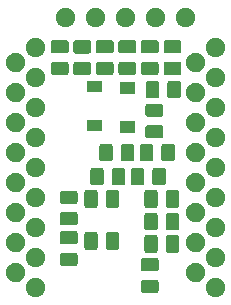
<source format=gbr>
G04 #@! TF.GenerationSoftware,KiCad,Pcbnew,5.1.5+dfsg1-2build2*
G04 #@! TF.CreationDate,2023-07-02T11:19:25+01:00*
G04 #@! TF.ProjectId,hd36106_replacement,68643336-3130-4365-9f72-65706c616365,rev?*
G04 #@! TF.SameCoordinates,Original*
G04 #@! TF.FileFunction,Soldermask,Bot*
G04 #@! TF.FilePolarity,Negative*
%FSLAX46Y46*%
G04 Gerber Fmt 4.6, Leading zero omitted, Abs format (unit mm)*
G04 Created by KiCad (PCBNEW 5.1.5+dfsg1-2build2) date 2023-07-02 11:19:25*
%MOMM*%
%LPD*%
G04 APERTURE LIST*
%ADD10C,0.100000*%
G04 APERTURE END LIST*
D10*
G36*
X136477142Y-106288242D02*
G01*
X136625101Y-106349529D01*
X136758255Y-106438499D01*
X136871501Y-106551745D01*
X136960471Y-106684899D01*
X137021758Y-106832858D01*
X137053000Y-106989925D01*
X137053000Y-107150075D01*
X137021758Y-107307142D01*
X136960471Y-107455101D01*
X136871501Y-107588255D01*
X136758255Y-107701501D01*
X136625101Y-107790471D01*
X136477142Y-107851758D01*
X136320075Y-107883000D01*
X136159925Y-107883000D01*
X136002858Y-107851758D01*
X135854899Y-107790471D01*
X135721745Y-107701501D01*
X135608499Y-107588255D01*
X135519529Y-107455101D01*
X135458242Y-107307142D01*
X135427000Y-107150075D01*
X135427000Y-106989925D01*
X135458242Y-106832858D01*
X135519529Y-106684899D01*
X135608499Y-106551745D01*
X135721745Y-106438499D01*
X135854899Y-106349529D01*
X136002858Y-106288242D01*
X136159925Y-106257000D01*
X136320075Y-106257000D01*
X136477142Y-106288242D01*
G37*
G36*
X121237142Y-106288242D02*
G01*
X121385101Y-106349529D01*
X121518255Y-106438499D01*
X121631501Y-106551745D01*
X121720471Y-106684899D01*
X121781758Y-106832858D01*
X121813000Y-106989925D01*
X121813000Y-107150075D01*
X121781758Y-107307142D01*
X121720471Y-107455101D01*
X121631501Y-107588255D01*
X121518255Y-107701501D01*
X121385101Y-107790471D01*
X121237142Y-107851758D01*
X121080075Y-107883000D01*
X120919925Y-107883000D01*
X120762858Y-107851758D01*
X120614899Y-107790471D01*
X120481745Y-107701501D01*
X120368499Y-107588255D01*
X120279529Y-107455101D01*
X120218242Y-107307142D01*
X120187000Y-107150075D01*
X120187000Y-106989925D01*
X120218242Y-106832858D01*
X120279529Y-106684899D01*
X120368499Y-106551745D01*
X120481745Y-106438499D01*
X120614899Y-106349529D01*
X120762858Y-106288242D01*
X120919925Y-106257000D01*
X121080075Y-106257000D01*
X121237142Y-106288242D01*
G37*
G36*
X131264162Y-106398644D02*
G01*
X131303608Y-106410610D01*
X131339953Y-106430037D01*
X131371815Y-106456185D01*
X131397963Y-106488047D01*
X131417390Y-106524392D01*
X131429356Y-106563838D01*
X131434000Y-106610993D01*
X131434000Y-107304007D01*
X131429356Y-107351162D01*
X131417390Y-107390608D01*
X131397963Y-107426953D01*
X131371815Y-107458815D01*
X131339953Y-107484963D01*
X131303608Y-107504390D01*
X131264162Y-107516356D01*
X131217007Y-107521000D01*
X130148993Y-107521000D01*
X130101838Y-107516356D01*
X130062392Y-107504390D01*
X130026047Y-107484963D01*
X129994185Y-107458815D01*
X129968037Y-107426953D01*
X129948610Y-107390608D01*
X129936644Y-107351162D01*
X129932000Y-107304007D01*
X129932000Y-106610993D01*
X129936644Y-106563838D01*
X129948610Y-106524392D01*
X129968037Y-106488047D01*
X129994185Y-106456185D01*
X130026047Y-106430037D01*
X130062392Y-106410610D01*
X130101838Y-106398644D01*
X130148993Y-106394000D01*
X131217007Y-106394000D01*
X131264162Y-106398644D01*
G37*
G36*
X134807142Y-104998242D02*
G01*
X134955101Y-105059529D01*
X135088255Y-105148499D01*
X135201501Y-105261745D01*
X135290471Y-105394899D01*
X135351758Y-105542858D01*
X135383000Y-105699925D01*
X135383000Y-105860075D01*
X135351758Y-106017142D01*
X135290471Y-106165101D01*
X135201501Y-106298255D01*
X135088255Y-106411501D01*
X134955101Y-106500471D01*
X134807142Y-106561758D01*
X134650075Y-106593000D01*
X134489925Y-106593000D01*
X134332858Y-106561758D01*
X134184899Y-106500471D01*
X134051745Y-106411501D01*
X133938499Y-106298255D01*
X133849529Y-106165101D01*
X133788242Y-106017142D01*
X133757000Y-105860075D01*
X133757000Y-105699925D01*
X133788242Y-105542858D01*
X133849529Y-105394899D01*
X133938499Y-105261745D01*
X134051745Y-105148499D01*
X134184899Y-105059529D01*
X134332858Y-104998242D01*
X134489925Y-104967000D01*
X134650075Y-104967000D01*
X134807142Y-104998242D01*
G37*
G36*
X119567142Y-104998242D02*
G01*
X119715101Y-105059529D01*
X119848255Y-105148499D01*
X119961501Y-105261745D01*
X120050471Y-105394899D01*
X120111758Y-105542858D01*
X120143000Y-105699925D01*
X120143000Y-105860075D01*
X120111758Y-106017142D01*
X120050471Y-106165101D01*
X119961501Y-106298255D01*
X119848255Y-106411501D01*
X119715101Y-106500471D01*
X119567142Y-106561758D01*
X119410075Y-106593000D01*
X119249925Y-106593000D01*
X119092858Y-106561758D01*
X118944899Y-106500471D01*
X118811745Y-106411501D01*
X118698499Y-106298255D01*
X118609529Y-106165101D01*
X118548242Y-106017142D01*
X118517000Y-105860075D01*
X118517000Y-105699925D01*
X118548242Y-105542858D01*
X118609529Y-105394899D01*
X118698499Y-105261745D01*
X118811745Y-105148499D01*
X118944899Y-105059529D01*
X119092858Y-104998242D01*
X119249925Y-104967000D01*
X119410075Y-104967000D01*
X119567142Y-104998242D01*
G37*
G36*
X131264162Y-104573644D02*
G01*
X131303608Y-104585610D01*
X131339953Y-104605037D01*
X131371815Y-104631185D01*
X131397963Y-104663047D01*
X131417390Y-104699392D01*
X131429356Y-104738838D01*
X131434000Y-104785993D01*
X131434000Y-105479007D01*
X131429356Y-105526162D01*
X131417390Y-105565608D01*
X131397963Y-105601953D01*
X131371815Y-105633815D01*
X131339953Y-105659963D01*
X131303608Y-105679390D01*
X131264162Y-105691356D01*
X131217007Y-105696000D01*
X130148993Y-105696000D01*
X130101838Y-105691356D01*
X130062392Y-105679390D01*
X130026047Y-105659963D01*
X129994185Y-105633815D01*
X129968037Y-105601953D01*
X129948610Y-105565608D01*
X129936644Y-105526162D01*
X129932000Y-105479007D01*
X129932000Y-104785993D01*
X129936644Y-104738838D01*
X129948610Y-104699392D01*
X129968037Y-104663047D01*
X129994185Y-104631185D01*
X130026047Y-104605037D01*
X130062392Y-104585610D01*
X130101838Y-104573644D01*
X130148993Y-104569000D01*
X131217007Y-104569000D01*
X131264162Y-104573644D01*
G37*
G36*
X121237142Y-103748242D02*
G01*
X121385101Y-103809529D01*
X121518255Y-103898499D01*
X121631501Y-104011745D01*
X121720471Y-104144899D01*
X121781758Y-104292858D01*
X121813000Y-104449925D01*
X121813000Y-104610075D01*
X121781758Y-104767142D01*
X121720471Y-104915101D01*
X121631501Y-105048255D01*
X121518255Y-105161501D01*
X121385101Y-105250471D01*
X121237142Y-105311758D01*
X121080075Y-105343000D01*
X120919925Y-105343000D01*
X120762858Y-105311758D01*
X120614899Y-105250471D01*
X120481745Y-105161501D01*
X120368499Y-105048255D01*
X120279529Y-104915101D01*
X120218242Y-104767142D01*
X120187000Y-104610075D01*
X120187000Y-104449925D01*
X120218242Y-104292858D01*
X120279529Y-104144899D01*
X120368499Y-104011745D01*
X120481745Y-103898499D01*
X120614899Y-103809529D01*
X120762858Y-103748242D01*
X120919925Y-103717000D01*
X121080075Y-103717000D01*
X121237142Y-103748242D01*
G37*
G36*
X136477142Y-103748242D02*
G01*
X136625101Y-103809529D01*
X136758255Y-103898499D01*
X136871501Y-104011745D01*
X136960471Y-104144899D01*
X137021758Y-104292858D01*
X137053000Y-104449925D01*
X137053000Y-104610075D01*
X137021758Y-104767142D01*
X136960471Y-104915101D01*
X136871501Y-105048255D01*
X136758255Y-105161501D01*
X136625101Y-105250471D01*
X136477142Y-105311758D01*
X136320075Y-105343000D01*
X136159925Y-105343000D01*
X136002858Y-105311758D01*
X135854899Y-105250471D01*
X135721745Y-105161501D01*
X135608499Y-105048255D01*
X135519529Y-104915101D01*
X135458242Y-104767142D01*
X135427000Y-104610075D01*
X135427000Y-104449925D01*
X135458242Y-104292858D01*
X135519529Y-104144899D01*
X135608499Y-104011745D01*
X135721745Y-103898499D01*
X135854899Y-103809529D01*
X136002858Y-103748242D01*
X136159925Y-103717000D01*
X136320075Y-103717000D01*
X136477142Y-103748242D01*
G37*
G36*
X124406162Y-104112644D02*
G01*
X124445608Y-104124610D01*
X124481953Y-104144037D01*
X124513815Y-104170185D01*
X124539963Y-104202047D01*
X124559390Y-104238392D01*
X124571356Y-104277838D01*
X124576000Y-104324993D01*
X124576000Y-105018007D01*
X124571356Y-105065162D01*
X124559390Y-105104608D01*
X124539963Y-105140953D01*
X124513815Y-105172815D01*
X124481953Y-105198963D01*
X124445608Y-105218390D01*
X124406162Y-105230356D01*
X124359007Y-105235000D01*
X123290993Y-105235000D01*
X123243838Y-105230356D01*
X123204392Y-105218390D01*
X123168047Y-105198963D01*
X123136185Y-105172815D01*
X123110037Y-105140953D01*
X123090610Y-105104608D01*
X123078644Y-105065162D01*
X123074000Y-105018007D01*
X123074000Y-104324993D01*
X123078644Y-104277838D01*
X123090610Y-104238392D01*
X123110037Y-104202047D01*
X123136185Y-104170185D01*
X123168047Y-104144037D01*
X123204392Y-104124610D01*
X123243838Y-104112644D01*
X123290993Y-104108000D01*
X124359007Y-104108000D01*
X124406162Y-104112644D01*
G37*
G36*
X131180162Y-102631644D02*
G01*
X131219608Y-102643610D01*
X131255953Y-102663037D01*
X131287815Y-102689185D01*
X131313963Y-102721047D01*
X131333390Y-102757392D01*
X131345356Y-102796838D01*
X131350000Y-102843993D01*
X131350000Y-103912007D01*
X131345356Y-103959162D01*
X131333390Y-103998608D01*
X131313963Y-104034953D01*
X131287815Y-104066815D01*
X131255953Y-104092963D01*
X131219608Y-104112390D01*
X131180162Y-104124356D01*
X131133007Y-104129000D01*
X130439993Y-104129000D01*
X130392838Y-104124356D01*
X130353392Y-104112390D01*
X130317047Y-104092963D01*
X130285185Y-104066815D01*
X130259037Y-104034953D01*
X130239610Y-103998608D01*
X130227644Y-103959162D01*
X130223000Y-103912007D01*
X130223000Y-102843993D01*
X130227644Y-102796838D01*
X130239610Y-102757392D01*
X130259037Y-102721047D01*
X130285185Y-102689185D01*
X130317047Y-102663037D01*
X130353392Y-102643610D01*
X130392838Y-102631644D01*
X130439993Y-102627000D01*
X131133007Y-102627000D01*
X131180162Y-102631644D01*
G37*
G36*
X133005162Y-102631644D02*
G01*
X133044608Y-102643610D01*
X133080953Y-102663037D01*
X133112815Y-102689185D01*
X133138963Y-102721047D01*
X133158390Y-102757392D01*
X133170356Y-102796838D01*
X133175000Y-102843993D01*
X133175000Y-103912007D01*
X133170356Y-103959162D01*
X133158390Y-103998608D01*
X133138963Y-104034953D01*
X133112815Y-104066815D01*
X133080953Y-104092963D01*
X133044608Y-104112390D01*
X133005162Y-104124356D01*
X132958007Y-104129000D01*
X132264993Y-104129000D01*
X132217838Y-104124356D01*
X132178392Y-104112390D01*
X132142047Y-104092963D01*
X132110185Y-104066815D01*
X132084037Y-104034953D01*
X132064610Y-103998608D01*
X132052644Y-103959162D01*
X132048000Y-103912007D01*
X132048000Y-102843993D01*
X132052644Y-102796838D01*
X132064610Y-102757392D01*
X132084037Y-102721047D01*
X132110185Y-102689185D01*
X132142047Y-102663037D01*
X132178392Y-102643610D01*
X132217838Y-102631644D01*
X132264993Y-102627000D01*
X132958007Y-102627000D01*
X133005162Y-102631644D01*
G37*
G36*
X119567142Y-102458242D02*
G01*
X119715101Y-102519529D01*
X119848255Y-102608499D01*
X119961501Y-102721745D01*
X120050471Y-102854899D01*
X120111758Y-103002858D01*
X120143000Y-103159925D01*
X120143000Y-103320075D01*
X120111758Y-103477142D01*
X120050471Y-103625101D01*
X119961501Y-103758255D01*
X119848255Y-103871501D01*
X119715101Y-103960471D01*
X119567142Y-104021758D01*
X119410075Y-104053000D01*
X119249925Y-104053000D01*
X119092858Y-104021758D01*
X118944899Y-103960471D01*
X118811745Y-103871501D01*
X118698499Y-103758255D01*
X118609529Y-103625101D01*
X118548242Y-103477142D01*
X118517000Y-103320075D01*
X118517000Y-103159925D01*
X118548242Y-103002858D01*
X118609529Y-102854899D01*
X118698499Y-102721745D01*
X118811745Y-102608499D01*
X118944899Y-102519529D01*
X119092858Y-102458242D01*
X119249925Y-102427000D01*
X119410075Y-102427000D01*
X119567142Y-102458242D01*
G37*
G36*
X134807142Y-102458242D02*
G01*
X134955101Y-102519529D01*
X135088255Y-102608499D01*
X135201501Y-102721745D01*
X135290471Y-102854899D01*
X135351758Y-103002858D01*
X135383000Y-103159925D01*
X135383000Y-103320075D01*
X135351758Y-103477142D01*
X135290471Y-103625101D01*
X135201501Y-103758255D01*
X135088255Y-103871501D01*
X134955101Y-103960471D01*
X134807142Y-104021758D01*
X134650075Y-104053000D01*
X134489925Y-104053000D01*
X134332858Y-104021758D01*
X134184899Y-103960471D01*
X134051745Y-103871501D01*
X133938499Y-103758255D01*
X133849529Y-103625101D01*
X133788242Y-103477142D01*
X133757000Y-103320075D01*
X133757000Y-103159925D01*
X133788242Y-103002858D01*
X133849529Y-102854899D01*
X133938499Y-102721745D01*
X134051745Y-102608499D01*
X134184899Y-102519529D01*
X134332858Y-102458242D01*
X134489925Y-102427000D01*
X134650075Y-102427000D01*
X134807142Y-102458242D01*
G37*
G36*
X127925162Y-102377644D02*
G01*
X127964608Y-102389610D01*
X128000953Y-102409037D01*
X128032815Y-102435185D01*
X128058963Y-102467047D01*
X128078390Y-102503392D01*
X128090356Y-102542838D01*
X128095000Y-102589993D01*
X128095000Y-103658007D01*
X128090356Y-103705162D01*
X128078390Y-103744608D01*
X128058963Y-103780953D01*
X128032815Y-103812815D01*
X128000953Y-103838963D01*
X127964608Y-103858390D01*
X127925162Y-103870356D01*
X127878007Y-103875000D01*
X127184993Y-103875000D01*
X127137838Y-103870356D01*
X127098392Y-103858390D01*
X127062047Y-103838963D01*
X127030185Y-103812815D01*
X127004037Y-103780953D01*
X126984610Y-103744608D01*
X126972644Y-103705162D01*
X126968000Y-103658007D01*
X126968000Y-102589993D01*
X126972644Y-102542838D01*
X126984610Y-102503392D01*
X127004037Y-102467047D01*
X127030185Y-102435185D01*
X127062047Y-102409037D01*
X127098392Y-102389610D01*
X127137838Y-102377644D01*
X127184993Y-102373000D01*
X127878007Y-102373000D01*
X127925162Y-102377644D01*
G37*
G36*
X126100162Y-102377644D02*
G01*
X126139608Y-102389610D01*
X126175953Y-102409037D01*
X126207815Y-102435185D01*
X126233963Y-102467047D01*
X126253390Y-102503392D01*
X126265356Y-102542838D01*
X126270000Y-102589993D01*
X126270000Y-103658007D01*
X126265356Y-103705162D01*
X126253390Y-103744608D01*
X126233963Y-103780953D01*
X126207815Y-103812815D01*
X126175953Y-103838963D01*
X126139608Y-103858390D01*
X126100162Y-103870356D01*
X126053007Y-103875000D01*
X125359993Y-103875000D01*
X125312838Y-103870356D01*
X125273392Y-103858390D01*
X125237047Y-103838963D01*
X125205185Y-103812815D01*
X125179037Y-103780953D01*
X125159610Y-103744608D01*
X125147644Y-103705162D01*
X125143000Y-103658007D01*
X125143000Y-102589993D01*
X125147644Y-102542838D01*
X125159610Y-102503392D01*
X125179037Y-102467047D01*
X125205185Y-102435185D01*
X125237047Y-102409037D01*
X125273392Y-102389610D01*
X125312838Y-102377644D01*
X125359993Y-102373000D01*
X126053007Y-102373000D01*
X126100162Y-102377644D01*
G37*
G36*
X124406162Y-102287644D02*
G01*
X124445608Y-102299610D01*
X124481953Y-102319037D01*
X124513815Y-102345185D01*
X124539963Y-102377047D01*
X124559390Y-102413392D01*
X124571356Y-102452838D01*
X124576000Y-102499993D01*
X124576000Y-103193007D01*
X124571356Y-103240162D01*
X124559390Y-103279608D01*
X124539963Y-103315953D01*
X124513815Y-103347815D01*
X124481953Y-103373963D01*
X124445608Y-103393390D01*
X124406162Y-103405356D01*
X124359007Y-103410000D01*
X123290993Y-103410000D01*
X123243838Y-103405356D01*
X123204392Y-103393390D01*
X123168047Y-103373963D01*
X123136185Y-103347815D01*
X123110037Y-103315953D01*
X123090610Y-103279608D01*
X123078644Y-103240162D01*
X123074000Y-103193007D01*
X123074000Y-102499993D01*
X123078644Y-102452838D01*
X123090610Y-102413392D01*
X123110037Y-102377047D01*
X123136185Y-102345185D01*
X123168047Y-102319037D01*
X123204392Y-102299610D01*
X123243838Y-102287644D01*
X123290993Y-102283000D01*
X124359007Y-102283000D01*
X124406162Y-102287644D01*
G37*
G36*
X121237142Y-101208242D02*
G01*
X121385101Y-101269529D01*
X121518255Y-101358499D01*
X121631501Y-101471745D01*
X121720471Y-101604899D01*
X121781758Y-101752858D01*
X121813000Y-101909925D01*
X121813000Y-102070075D01*
X121781758Y-102227142D01*
X121720471Y-102375101D01*
X121631501Y-102508255D01*
X121518255Y-102621501D01*
X121385101Y-102710471D01*
X121237142Y-102771758D01*
X121080075Y-102803000D01*
X120919925Y-102803000D01*
X120762858Y-102771758D01*
X120614899Y-102710471D01*
X120481745Y-102621501D01*
X120368499Y-102508255D01*
X120279529Y-102375101D01*
X120218242Y-102227142D01*
X120187000Y-102070075D01*
X120187000Y-101909925D01*
X120218242Y-101752858D01*
X120279529Y-101604899D01*
X120368499Y-101471745D01*
X120481745Y-101358499D01*
X120614899Y-101269529D01*
X120762858Y-101208242D01*
X120919925Y-101177000D01*
X121080075Y-101177000D01*
X121237142Y-101208242D01*
G37*
G36*
X136477142Y-101208242D02*
G01*
X136625101Y-101269529D01*
X136758255Y-101358499D01*
X136871501Y-101471745D01*
X136960471Y-101604899D01*
X137021758Y-101752858D01*
X137053000Y-101909925D01*
X137053000Y-102070075D01*
X137021758Y-102227142D01*
X136960471Y-102375101D01*
X136871501Y-102508255D01*
X136758255Y-102621501D01*
X136625101Y-102710471D01*
X136477142Y-102771758D01*
X136320075Y-102803000D01*
X136159925Y-102803000D01*
X136002858Y-102771758D01*
X135854899Y-102710471D01*
X135721745Y-102621501D01*
X135608499Y-102508255D01*
X135519529Y-102375101D01*
X135458242Y-102227142D01*
X135427000Y-102070075D01*
X135427000Y-101909925D01*
X135458242Y-101752858D01*
X135519529Y-101604899D01*
X135608499Y-101471745D01*
X135721745Y-101358499D01*
X135854899Y-101269529D01*
X136002858Y-101208242D01*
X136159925Y-101177000D01*
X136320075Y-101177000D01*
X136477142Y-101208242D01*
G37*
G36*
X133005162Y-100726644D02*
G01*
X133044608Y-100738610D01*
X133080953Y-100758037D01*
X133112815Y-100784185D01*
X133138963Y-100816047D01*
X133158390Y-100852392D01*
X133170356Y-100891838D01*
X133175000Y-100938993D01*
X133175000Y-102007007D01*
X133170356Y-102054162D01*
X133158390Y-102093608D01*
X133138963Y-102129953D01*
X133112815Y-102161815D01*
X133080953Y-102187963D01*
X133044608Y-102207390D01*
X133005162Y-102219356D01*
X132958007Y-102224000D01*
X132264993Y-102224000D01*
X132217838Y-102219356D01*
X132178392Y-102207390D01*
X132142047Y-102187963D01*
X132110185Y-102161815D01*
X132084037Y-102129953D01*
X132064610Y-102093608D01*
X132052644Y-102054162D01*
X132048000Y-102007007D01*
X132048000Y-100938993D01*
X132052644Y-100891838D01*
X132064610Y-100852392D01*
X132084037Y-100816047D01*
X132110185Y-100784185D01*
X132142047Y-100758037D01*
X132178392Y-100738610D01*
X132217838Y-100726644D01*
X132264993Y-100722000D01*
X132958007Y-100722000D01*
X133005162Y-100726644D01*
G37*
G36*
X131180162Y-100726644D02*
G01*
X131219608Y-100738610D01*
X131255953Y-100758037D01*
X131287815Y-100784185D01*
X131313963Y-100816047D01*
X131333390Y-100852392D01*
X131345356Y-100891838D01*
X131350000Y-100938993D01*
X131350000Y-102007007D01*
X131345356Y-102054162D01*
X131333390Y-102093608D01*
X131313963Y-102129953D01*
X131287815Y-102161815D01*
X131255953Y-102187963D01*
X131219608Y-102207390D01*
X131180162Y-102219356D01*
X131133007Y-102224000D01*
X130439993Y-102224000D01*
X130392838Y-102219356D01*
X130353392Y-102207390D01*
X130317047Y-102187963D01*
X130285185Y-102161815D01*
X130259037Y-102129953D01*
X130239610Y-102093608D01*
X130227644Y-102054162D01*
X130223000Y-102007007D01*
X130223000Y-100938993D01*
X130227644Y-100891838D01*
X130239610Y-100852392D01*
X130259037Y-100816047D01*
X130285185Y-100784185D01*
X130317047Y-100758037D01*
X130353392Y-100738610D01*
X130392838Y-100726644D01*
X130439993Y-100722000D01*
X131133007Y-100722000D01*
X131180162Y-100726644D01*
G37*
G36*
X124406162Y-100683644D02*
G01*
X124445608Y-100695610D01*
X124481953Y-100715037D01*
X124513815Y-100741185D01*
X124539963Y-100773047D01*
X124559390Y-100809392D01*
X124571356Y-100848838D01*
X124576000Y-100895993D01*
X124576000Y-101589007D01*
X124571356Y-101636162D01*
X124559390Y-101675608D01*
X124539963Y-101711953D01*
X124513815Y-101743815D01*
X124481953Y-101769963D01*
X124445608Y-101789390D01*
X124406162Y-101801356D01*
X124359007Y-101806000D01*
X123290993Y-101806000D01*
X123243838Y-101801356D01*
X123204392Y-101789390D01*
X123168047Y-101769963D01*
X123136185Y-101743815D01*
X123110037Y-101711953D01*
X123090610Y-101675608D01*
X123078644Y-101636162D01*
X123074000Y-101589007D01*
X123074000Y-100895993D01*
X123078644Y-100848838D01*
X123090610Y-100809392D01*
X123110037Y-100773047D01*
X123136185Y-100741185D01*
X123168047Y-100715037D01*
X123204392Y-100695610D01*
X123243838Y-100683644D01*
X123290993Y-100679000D01*
X124359007Y-100679000D01*
X124406162Y-100683644D01*
G37*
G36*
X119567142Y-99918242D02*
G01*
X119715101Y-99979529D01*
X119848255Y-100068499D01*
X119961501Y-100181745D01*
X120050471Y-100314899D01*
X120111758Y-100462858D01*
X120143000Y-100619925D01*
X120143000Y-100780075D01*
X120111758Y-100937142D01*
X120050471Y-101085101D01*
X119961501Y-101218255D01*
X119848255Y-101331501D01*
X119715101Y-101420471D01*
X119567142Y-101481758D01*
X119410075Y-101513000D01*
X119249925Y-101513000D01*
X119092858Y-101481758D01*
X118944899Y-101420471D01*
X118811745Y-101331501D01*
X118698499Y-101218255D01*
X118609529Y-101085101D01*
X118548242Y-100937142D01*
X118517000Y-100780075D01*
X118517000Y-100619925D01*
X118548242Y-100462858D01*
X118609529Y-100314899D01*
X118698499Y-100181745D01*
X118811745Y-100068499D01*
X118944899Y-99979529D01*
X119092858Y-99918242D01*
X119249925Y-99887000D01*
X119410075Y-99887000D01*
X119567142Y-99918242D01*
G37*
G36*
X134807142Y-99918242D02*
G01*
X134955101Y-99979529D01*
X135088255Y-100068499D01*
X135201501Y-100181745D01*
X135290471Y-100314899D01*
X135351758Y-100462858D01*
X135383000Y-100619925D01*
X135383000Y-100780075D01*
X135351758Y-100937142D01*
X135290471Y-101085101D01*
X135201501Y-101218255D01*
X135088255Y-101331501D01*
X134955101Y-101420471D01*
X134807142Y-101481758D01*
X134650075Y-101513000D01*
X134489925Y-101513000D01*
X134332858Y-101481758D01*
X134184899Y-101420471D01*
X134051745Y-101331501D01*
X133938499Y-101218255D01*
X133849529Y-101085101D01*
X133788242Y-100937142D01*
X133757000Y-100780075D01*
X133757000Y-100619925D01*
X133788242Y-100462858D01*
X133849529Y-100314899D01*
X133938499Y-100181745D01*
X134051745Y-100068499D01*
X134184899Y-99979529D01*
X134332858Y-99918242D01*
X134489925Y-99887000D01*
X134650075Y-99887000D01*
X134807142Y-99918242D01*
G37*
G36*
X131180162Y-98821644D02*
G01*
X131219608Y-98833610D01*
X131255953Y-98853037D01*
X131287815Y-98879185D01*
X131313963Y-98911047D01*
X131333390Y-98947392D01*
X131345356Y-98986838D01*
X131350000Y-99033993D01*
X131350000Y-100102007D01*
X131345356Y-100149162D01*
X131333390Y-100188608D01*
X131313963Y-100224953D01*
X131287815Y-100256815D01*
X131255953Y-100282963D01*
X131219608Y-100302390D01*
X131180162Y-100314356D01*
X131133007Y-100319000D01*
X130439993Y-100319000D01*
X130392838Y-100314356D01*
X130353392Y-100302390D01*
X130317047Y-100282963D01*
X130285185Y-100256815D01*
X130259037Y-100224953D01*
X130239610Y-100188608D01*
X130227644Y-100149162D01*
X130223000Y-100102007D01*
X130223000Y-99033993D01*
X130227644Y-98986838D01*
X130239610Y-98947392D01*
X130259037Y-98911047D01*
X130285185Y-98879185D01*
X130317047Y-98853037D01*
X130353392Y-98833610D01*
X130392838Y-98821644D01*
X130439993Y-98817000D01*
X131133007Y-98817000D01*
X131180162Y-98821644D01*
G37*
G36*
X133005162Y-98821644D02*
G01*
X133044608Y-98833610D01*
X133080953Y-98853037D01*
X133112815Y-98879185D01*
X133138963Y-98911047D01*
X133158390Y-98947392D01*
X133170356Y-98986838D01*
X133175000Y-99033993D01*
X133175000Y-100102007D01*
X133170356Y-100149162D01*
X133158390Y-100188608D01*
X133138963Y-100224953D01*
X133112815Y-100256815D01*
X133080953Y-100282963D01*
X133044608Y-100302390D01*
X133005162Y-100314356D01*
X132958007Y-100319000D01*
X132264993Y-100319000D01*
X132217838Y-100314356D01*
X132178392Y-100302390D01*
X132142047Y-100282963D01*
X132110185Y-100256815D01*
X132084037Y-100224953D01*
X132064610Y-100188608D01*
X132052644Y-100149162D01*
X132048000Y-100102007D01*
X132048000Y-99033993D01*
X132052644Y-98986838D01*
X132064610Y-98947392D01*
X132084037Y-98911047D01*
X132110185Y-98879185D01*
X132142047Y-98853037D01*
X132178392Y-98833610D01*
X132217838Y-98821644D01*
X132264993Y-98817000D01*
X132958007Y-98817000D01*
X133005162Y-98821644D01*
G37*
G36*
X127925162Y-98821644D02*
G01*
X127964608Y-98833610D01*
X128000953Y-98853037D01*
X128032815Y-98879185D01*
X128058963Y-98911047D01*
X128078390Y-98947392D01*
X128090356Y-98986838D01*
X128095000Y-99033993D01*
X128095000Y-100102007D01*
X128090356Y-100149162D01*
X128078390Y-100188608D01*
X128058963Y-100224953D01*
X128032815Y-100256815D01*
X128000953Y-100282963D01*
X127964608Y-100302390D01*
X127925162Y-100314356D01*
X127878007Y-100319000D01*
X127184993Y-100319000D01*
X127137838Y-100314356D01*
X127098392Y-100302390D01*
X127062047Y-100282963D01*
X127030185Y-100256815D01*
X127004037Y-100224953D01*
X126984610Y-100188608D01*
X126972644Y-100149162D01*
X126968000Y-100102007D01*
X126968000Y-99033993D01*
X126972644Y-98986838D01*
X126984610Y-98947392D01*
X127004037Y-98911047D01*
X127030185Y-98879185D01*
X127062047Y-98853037D01*
X127098392Y-98833610D01*
X127137838Y-98821644D01*
X127184993Y-98817000D01*
X127878007Y-98817000D01*
X127925162Y-98821644D01*
G37*
G36*
X126100162Y-98821644D02*
G01*
X126139608Y-98833610D01*
X126175953Y-98853037D01*
X126207815Y-98879185D01*
X126233963Y-98911047D01*
X126253390Y-98947392D01*
X126265356Y-98986838D01*
X126270000Y-99033993D01*
X126270000Y-100102007D01*
X126265356Y-100149162D01*
X126253390Y-100188608D01*
X126233963Y-100224953D01*
X126207815Y-100256815D01*
X126175953Y-100282963D01*
X126139608Y-100302390D01*
X126100162Y-100314356D01*
X126053007Y-100319000D01*
X125359993Y-100319000D01*
X125312838Y-100314356D01*
X125273392Y-100302390D01*
X125237047Y-100282963D01*
X125205185Y-100256815D01*
X125179037Y-100224953D01*
X125159610Y-100188608D01*
X125147644Y-100149162D01*
X125143000Y-100102007D01*
X125143000Y-99033993D01*
X125147644Y-98986838D01*
X125159610Y-98947392D01*
X125179037Y-98911047D01*
X125205185Y-98879185D01*
X125237047Y-98853037D01*
X125273392Y-98833610D01*
X125312838Y-98821644D01*
X125359993Y-98817000D01*
X126053007Y-98817000D01*
X126100162Y-98821644D01*
G37*
G36*
X121237142Y-98668242D02*
G01*
X121385101Y-98729529D01*
X121518255Y-98818499D01*
X121631501Y-98931745D01*
X121720471Y-99064899D01*
X121781758Y-99212858D01*
X121813000Y-99369925D01*
X121813000Y-99530075D01*
X121781758Y-99687142D01*
X121720471Y-99835101D01*
X121631501Y-99968255D01*
X121518255Y-100081501D01*
X121385101Y-100170471D01*
X121237142Y-100231758D01*
X121080075Y-100263000D01*
X120919925Y-100263000D01*
X120762858Y-100231758D01*
X120614899Y-100170471D01*
X120481745Y-100081501D01*
X120368499Y-99968255D01*
X120279529Y-99835101D01*
X120218242Y-99687142D01*
X120187000Y-99530075D01*
X120187000Y-99369925D01*
X120218242Y-99212858D01*
X120279529Y-99064899D01*
X120368499Y-98931745D01*
X120481745Y-98818499D01*
X120614899Y-98729529D01*
X120762858Y-98668242D01*
X120919925Y-98637000D01*
X121080075Y-98637000D01*
X121237142Y-98668242D01*
G37*
G36*
X136477142Y-98668242D02*
G01*
X136625101Y-98729529D01*
X136758255Y-98818499D01*
X136871501Y-98931745D01*
X136960471Y-99064899D01*
X137021758Y-99212858D01*
X137053000Y-99369925D01*
X137053000Y-99530075D01*
X137021758Y-99687142D01*
X136960471Y-99835101D01*
X136871501Y-99968255D01*
X136758255Y-100081501D01*
X136625101Y-100170471D01*
X136477142Y-100231758D01*
X136320075Y-100263000D01*
X136159925Y-100263000D01*
X136002858Y-100231758D01*
X135854899Y-100170471D01*
X135721745Y-100081501D01*
X135608499Y-99968255D01*
X135519529Y-99835101D01*
X135458242Y-99687142D01*
X135427000Y-99530075D01*
X135427000Y-99369925D01*
X135458242Y-99212858D01*
X135519529Y-99064899D01*
X135608499Y-98931745D01*
X135721745Y-98818499D01*
X135854899Y-98729529D01*
X136002858Y-98668242D01*
X136159925Y-98637000D01*
X136320075Y-98637000D01*
X136477142Y-98668242D01*
G37*
G36*
X124406162Y-98858644D02*
G01*
X124445608Y-98870610D01*
X124481953Y-98890037D01*
X124513815Y-98916185D01*
X124539963Y-98948047D01*
X124559390Y-98984392D01*
X124571356Y-99023838D01*
X124576000Y-99070993D01*
X124576000Y-99764007D01*
X124571356Y-99811162D01*
X124559390Y-99850608D01*
X124539963Y-99886953D01*
X124513815Y-99918815D01*
X124481953Y-99944963D01*
X124445608Y-99964390D01*
X124406162Y-99976356D01*
X124359007Y-99981000D01*
X123290993Y-99981000D01*
X123243838Y-99976356D01*
X123204392Y-99964390D01*
X123168047Y-99944963D01*
X123136185Y-99918815D01*
X123110037Y-99886953D01*
X123090610Y-99850608D01*
X123078644Y-99811162D01*
X123074000Y-99764007D01*
X123074000Y-99070993D01*
X123078644Y-99023838D01*
X123090610Y-98984392D01*
X123110037Y-98948047D01*
X123136185Y-98916185D01*
X123168047Y-98890037D01*
X123204392Y-98870610D01*
X123243838Y-98858644D01*
X123290993Y-98854000D01*
X124359007Y-98854000D01*
X124406162Y-98858644D01*
G37*
G36*
X119567142Y-97378242D02*
G01*
X119715101Y-97439529D01*
X119848255Y-97528499D01*
X119961501Y-97641745D01*
X120050471Y-97774899D01*
X120111758Y-97922858D01*
X120143000Y-98079925D01*
X120143000Y-98240075D01*
X120111758Y-98397142D01*
X120050471Y-98545101D01*
X119961501Y-98678255D01*
X119848255Y-98791501D01*
X119715101Y-98880471D01*
X119567142Y-98941758D01*
X119410075Y-98973000D01*
X119249925Y-98973000D01*
X119092858Y-98941758D01*
X118944899Y-98880471D01*
X118811745Y-98791501D01*
X118698499Y-98678255D01*
X118609529Y-98545101D01*
X118548242Y-98397142D01*
X118517000Y-98240075D01*
X118517000Y-98079925D01*
X118548242Y-97922858D01*
X118609529Y-97774899D01*
X118698499Y-97641745D01*
X118811745Y-97528499D01*
X118944899Y-97439529D01*
X119092858Y-97378242D01*
X119249925Y-97347000D01*
X119410075Y-97347000D01*
X119567142Y-97378242D01*
G37*
G36*
X134807142Y-97378242D02*
G01*
X134955101Y-97439529D01*
X135088255Y-97528499D01*
X135201501Y-97641745D01*
X135290471Y-97774899D01*
X135351758Y-97922858D01*
X135383000Y-98079925D01*
X135383000Y-98240075D01*
X135351758Y-98397142D01*
X135290471Y-98545101D01*
X135201501Y-98678255D01*
X135088255Y-98791501D01*
X134955101Y-98880471D01*
X134807142Y-98941758D01*
X134650075Y-98973000D01*
X134489925Y-98973000D01*
X134332858Y-98941758D01*
X134184899Y-98880471D01*
X134051745Y-98791501D01*
X133938499Y-98678255D01*
X133849529Y-98545101D01*
X133788242Y-98397142D01*
X133757000Y-98240075D01*
X133757000Y-98079925D01*
X133788242Y-97922858D01*
X133849529Y-97774899D01*
X133938499Y-97641745D01*
X134051745Y-97528499D01*
X134184899Y-97439529D01*
X134332858Y-97378242D01*
X134489925Y-97347000D01*
X134650075Y-97347000D01*
X134807142Y-97378242D01*
G37*
G36*
X130037162Y-96916644D02*
G01*
X130076608Y-96928610D01*
X130112953Y-96948037D01*
X130144815Y-96974185D01*
X130170963Y-97006047D01*
X130190390Y-97042392D01*
X130202356Y-97081838D01*
X130207000Y-97128993D01*
X130207000Y-98197007D01*
X130202356Y-98244162D01*
X130190390Y-98283608D01*
X130170963Y-98319953D01*
X130144815Y-98351815D01*
X130112953Y-98377963D01*
X130076608Y-98397390D01*
X130037162Y-98409356D01*
X129990007Y-98414000D01*
X129296993Y-98414000D01*
X129249838Y-98409356D01*
X129210392Y-98397390D01*
X129174047Y-98377963D01*
X129142185Y-98351815D01*
X129116037Y-98319953D01*
X129096610Y-98283608D01*
X129084644Y-98244162D01*
X129080000Y-98197007D01*
X129080000Y-97128993D01*
X129084644Y-97081838D01*
X129096610Y-97042392D01*
X129116037Y-97006047D01*
X129142185Y-96974185D01*
X129174047Y-96948037D01*
X129210392Y-96928610D01*
X129249838Y-96916644D01*
X129296993Y-96912000D01*
X129990007Y-96912000D01*
X130037162Y-96916644D01*
G37*
G36*
X131862162Y-96916644D02*
G01*
X131901608Y-96928610D01*
X131937953Y-96948037D01*
X131969815Y-96974185D01*
X131995963Y-97006047D01*
X132015390Y-97042392D01*
X132027356Y-97081838D01*
X132032000Y-97128993D01*
X132032000Y-98197007D01*
X132027356Y-98244162D01*
X132015390Y-98283608D01*
X131995963Y-98319953D01*
X131969815Y-98351815D01*
X131937953Y-98377963D01*
X131901608Y-98397390D01*
X131862162Y-98409356D01*
X131815007Y-98414000D01*
X131121993Y-98414000D01*
X131074838Y-98409356D01*
X131035392Y-98397390D01*
X130999047Y-98377963D01*
X130967185Y-98351815D01*
X130941037Y-98319953D01*
X130921610Y-98283608D01*
X130909644Y-98244162D01*
X130905000Y-98197007D01*
X130905000Y-97128993D01*
X130909644Y-97081838D01*
X130921610Y-97042392D01*
X130941037Y-97006047D01*
X130967185Y-96974185D01*
X130999047Y-96948037D01*
X131035392Y-96928610D01*
X131074838Y-96916644D01*
X131121993Y-96912000D01*
X131815007Y-96912000D01*
X131862162Y-96916644D01*
G37*
G36*
X128433162Y-96916644D02*
G01*
X128472608Y-96928610D01*
X128508953Y-96948037D01*
X128540815Y-96974185D01*
X128566963Y-97006047D01*
X128586390Y-97042392D01*
X128598356Y-97081838D01*
X128603000Y-97128993D01*
X128603000Y-98197007D01*
X128598356Y-98244162D01*
X128586390Y-98283608D01*
X128566963Y-98319953D01*
X128540815Y-98351815D01*
X128508953Y-98377963D01*
X128472608Y-98397390D01*
X128433162Y-98409356D01*
X128386007Y-98414000D01*
X127692993Y-98414000D01*
X127645838Y-98409356D01*
X127606392Y-98397390D01*
X127570047Y-98377963D01*
X127538185Y-98351815D01*
X127512037Y-98319953D01*
X127492610Y-98283608D01*
X127480644Y-98244162D01*
X127476000Y-98197007D01*
X127476000Y-97128993D01*
X127480644Y-97081838D01*
X127492610Y-97042392D01*
X127512037Y-97006047D01*
X127538185Y-96974185D01*
X127570047Y-96948037D01*
X127606392Y-96928610D01*
X127645838Y-96916644D01*
X127692993Y-96912000D01*
X128386007Y-96912000D01*
X128433162Y-96916644D01*
G37*
G36*
X126608162Y-96916644D02*
G01*
X126647608Y-96928610D01*
X126683953Y-96948037D01*
X126715815Y-96974185D01*
X126741963Y-97006047D01*
X126761390Y-97042392D01*
X126773356Y-97081838D01*
X126778000Y-97128993D01*
X126778000Y-98197007D01*
X126773356Y-98244162D01*
X126761390Y-98283608D01*
X126741963Y-98319953D01*
X126715815Y-98351815D01*
X126683953Y-98377963D01*
X126647608Y-98397390D01*
X126608162Y-98409356D01*
X126561007Y-98414000D01*
X125867993Y-98414000D01*
X125820838Y-98409356D01*
X125781392Y-98397390D01*
X125745047Y-98377963D01*
X125713185Y-98351815D01*
X125687037Y-98319953D01*
X125667610Y-98283608D01*
X125655644Y-98244162D01*
X125651000Y-98197007D01*
X125651000Y-97128993D01*
X125655644Y-97081838D01*
X125667610Y-97042392D01*
X125687037Y-97006047D01*
X125713185Y-96974185D01*
X125745047Y-96948037D01*
X125781392Y-96928610D01*
X125820838Y-96916644D01*
X125867993Y-96912000D01*
X126561007Y-96912000D01*
X126608162Y-96916644D01*
G37*
G36*
X121237142Y-96128242D02*
G01*
X121385101Y-96189529D01*
X121518255Y-96278499D01*
X121631501Y-96391745D01*
X121720471Y-96524899D01*
X121781758Y-96672858D01*
X121813000Y-96829925D01*
X121813000Y-96990075D01*
X121781758Y-97147142D01*
X121720471Y-97295101D01*
X121631501Y-97428255D01*
X121518255Y-97541501D01*
X121385101Y-97630471D01*
X121237142Y-97691758D01*
X121080075Y-97723000D01*
X120919925Y-97723000D01*
X120762858Y-97691758D01*
X120614899Y-97630471D01*
X120481745Y-97541501D01*
X120368499Y-97428255D01*
X120279529Y-97295101D01*
X120218242Y-97147142D01*
X120187000Y-96990075D01*
X120187000Y-96829925D01*
X120218242Y-96672858D01*
X120279529Y-96524899D01*
X120368499Y-96391745D01*
X120481745Y-96278499D01*
X120614899Y-96189529D01*
X120762858Y-96128242D01*
X120919925Y-96097000D01*
X121080075Y-96097000D01*
X121237142Y-96128242D01*
G37*
G36*
X136477142Y-96128242D02*
G01*
X136625101Y-96189529D01*
X136758255Y-96278499D01*
X136871501Y-96391745D01*
X136960471Y-96524899D01*
X137021758Y-96672858D01*
X137053000Y-96829925D01*
X137053000Y-96990075D01*
X137021758Y-97147142D01*
X136960471Y-97295101D01*
X136871501Y-97428255D01*
X136758255Y-97541501D01*
X136625101Y-97630471D01*
X136477142Y-97691758D01*
X136320075Y-97723000D01*
X136159925Y-97723000D01*
X136002858Y-97691758D01*
X135854899Y-97630471D01*
X135721745Y-97541501D01*
X135608499Y-97428255D01*
X135519529Y-97295101D01*
X135458242Y-97147142D01*
X135427000Y-96990075D01*
X135427000Y-96829925D01*
X135458242Y-96672858D01*
X135519529Y-96524899D01*
X135608499Y-96391745D01*
X135721745Y-96278499D01*
X135854899Y-96189529D01*
X136002858Y-96128242D01*
X136159925Y-96097000D01*
X136320075Y-96097000D01*
X136477142Y-96128242D01*
G37*
G36*
X119567142Y-94838242D02*
G01*
X119715101Y-94899529D01*
X119848255Y-94988499D01*
X119961501Y-95101745D01*
X120050471Y-95234899D01*
X120111758Y-95382858D01*
X120143000Y-95539925D01*
X120143000Y-95700075D01*
X120111758Y-95857142D01*
X120050471Y-96005101D01*
X119961501Y-96138255D01*
X119848255Y-96251501D01*
X119715101Y-96340471D01*
X119567142Y-96401758D01*
X119410075Y-96433000D01*
X119249925Y-96433000D01*
X119092858Y-96401758D01*
X118944899Y-96340471D01*
X118811745Y-96251501D01*
X118698499Y-96138255D01*
X118609529Y-96005101D01*
X118548242Y-95857142D01*
X118517000Y-95700075D01*
X118517000Y-95539925D01*
X118548242Y-95382858D01*
X118609529Y-95234899D01*
X118698499Y-95101745D01*
X118811745Y-94988499D01*
X118944899Y-94899529D01*
X119092858Y-94838242D01*
X119249925Y-94807000D01*
X119410075Y-94807000D01*
X119567142Y-94838242D01*
G37*
G36*
X134807142Y-94838242D02*
G01*
X134955101Y-94899529D01*
X135088255Y-94988499D01*
X135201501Y-95101745D01*
X135290471Y-95234899D01*
X135351758Y-95382858D01*
X135383000Y-95539925D01*
X135383000Y-95700075D01*
X135351758Y-95857142D01*
X135290471Y-96005101D01*
X135201501Y-96138255D01*
X135088255Y-96251501D01*
X134955101Y-96340471D01*
X134807142Y-96401758D01*
X134650075Y-96433000D01*
X134489925Y-96433000D01*
X134332858Y-96401758D01*
X134184899Y-96340471D01*
X134051745Y-96251501D01*
X133938499Y-96138255D01*
X133849529Y-96005101D01*
X133788242Y-95857142D01*
X133757000Y-95700075D01*
X133757000Y-95539925D01*
X133788242Y-95382858D01*
X133849529Y-95234899D01*
X133938499Y-95101745D01*
X134051745Y-94988499D01*
X134184899Y-94899529D01*
X134332858Y-94838242D01*
X134489925Y-94807000D01*
X134650075Y-94807000D01*
X134807142Y-94838242D01*
G37*
G36*
X127370162Y-94884644D02*
G01*
X127409608Y-94896610D01*
X127445953Y-94916037D01*
X127477815Y-94942185D01*
X127503963Y-94974047D01*
X127523390Y-95010392D01*
X127535356Y-95049838D01*
X127540000Y-95096993D01*
X127540000Y-96165007D01*
X127535356Y-96212162D01*
X127523390Y-96251608D01*
X127503963Y-96287953D01*
X127477815Y-96319815D01*
X127445953Y-96345963D01*
X127409608Y-96365390D01*
X127370162Y-96377356D01*
X127323007Y-96382000D01*
X126629993Y-96382000D01*
X126582838Y-96377356D01*
X126543392Y-96365390D01*
X126507047Y-96345963D01*
X126475185Y-96319815D01*
X126449037Y-96287953D01*
X126429610Y-96251608D01*
X126417644Y-96212162D01*
X126413000Y-96165007D01*
X126413000Y-95096993D01*
X126417644Y-95049838D01*
X126429610Y-95010392D01*
X126449037Y-94974047D01*
X126475185Y-94942185D01*
X126507047Y-94916037D01*
X126543392Y-94896610D01*
X126582838Y-94884644D01*
X126629993Y-94880000D01*
X127323007Y-94880000D01*
X127370162Y-94884644D01*
G37*
G36*
X130799162Y-94884644D02*
G01*
X130838608Y-94896610D01*
X130874953Y-94916037D01*
X130906815Y-94942185D01*
X130932963Y-94974047D01*
X130952390Y-95010392D01*
X130964356Y-95049838D01*
X130969000Y-95096993D01*
X130969000Y-96165007D01*
X130964356Y-96212162D01*
X130952390Y-96251608D01*
X130932963Y-96287953D01*
X130906815Y-96319815D01*
X130874953Y-96345963D01*
X130838608Y-96365390D01*
X130799162Y-96377356D01*
X130752007Y-96382000D01*
X130058993Y-96382000D01*
X130011838Y-96377356D01*
X129972392Y-96365390D01*
X129936047Y-96345963D01*
X129904185Y-96319815D01*
X129878037Y-96287953D01*
X129858610Y-96251608D01*
X129846644Y-96212162D01*
X129842000Y-96165007D01*
X129842000Y-95096993D01*
X129846644Y-95049838D01*
X129858610Y-95010392D01*
X129878037Y-94974047D01*
X129904185Y-94942185D01*
X129936047Y-94916037D01*
X129972392Y-94896610D01*
X130011838Y-94884644D01*
X130058993Y-94880000D01*
X130752007Y-94880000D01*
X130799162Y-94884644D01*
G37*
G36*
X129195162Y-94884644D02*
G01*
X129234608Y-94896610D01*
X129270953Y-94916037D01*
X129302815Y-94942185D01*
X129328963Y-94974047D01*
X129348390Y-95010392D01*
X129360356Y-95049838D01*
X129365000Y-95096993D01*
X129365000Y-96165007D01*
X129360356Y-96212162D01*
X129348390Y-96251608D01*
X129328963Y-96287953D01*
X129302815Y-96319815D01*
X129270953Y-96345963D01*
X129234608Y-96365390D01*
X129195162Y-96377356D01*
X129148007Y-96382000D01*
X128454993Y-96382000D01*
X128407838Y-96377356D01*
X128368392Y-96365390D01*
X128332047Y-96345963D01*
X128300185Y-96319815D01*
X128274037Y-96287953D01*
X128254610Y-96251608D01*
X128242644Y-96212162D01*
X128238000Y-96165007D01*
X128238000Y-95096993D01*
X128242644Y-95049838D01*
X128254610Y-95010392D01*
X128274037Y-94974047D01*
X128300185Y-94942185D01*
X128332047Y-94916037D01*
X128368392Y-94896610D01*
X128407838Y-94884644D01*
X128454993Y-94880000D01*
X129148007Y-94880000D01*
X129195162Y-94884644D01*
G37*
G36*
X132624162Y-94884644D02*
G01*
X132663608Y-94896610D01*
X132699953Y-94916037D01*
X132731815Y-94942185D01*
X132757963Y-94974047D01*
X132777390Y-95010392D01*
X132789356Y-95049838D01*
X132794000Y-95096993D01*
X132794000Y-96165007D01*
X132789356Y-96212162D01*
X132777390Y-96251608D01*
X132757963Y-96287953D01*
X132731815Y-96319815D01*
X132699953Y-96345963D01*
X132663608Y-96365390D01*
X132624162Y-96377356D01*
X132577007Y-96382000D01*
X131883993Y-96382000D01*
X131836838Y-96377356D01*
X131797392Y-96365390D01*
X131761047Y-96345963D01*
X131729185Y-96319815D01*
X131703037Y-96287953D01*
X131683610Y-96251608D01*
X131671644Y-96212162D01*
X131667000Y-96165007D01*
X131667000Y-95096993D01*
X131671644Y-95049838D01*
X131683610Y-95010392D01*
X131703037Y-94974047D01*
X131729185Y-94942185D01*
X131761047Y-94916037D01*
X131797392Y-94896610D01*
X131836838Y-94884644D01*
X131883993Y-94880000D01*
X132577007Y-94880000D01*
X132624162Y-94884644D01*
G37*
G36*
X121237142Y-93588242D02*
G01*
X121385101Y-93649529D01*
X121518255Y-93738499D01*
X121631501Y-93851745D01*
X121720471Y-93984899D01*
X121781758Y-94132858D01*
X121813000Y-94289925D01*
X121813000Y-94450075D01*
X121781758Y-94607142D01*
X121720471Y-94755101D01*
X121631501Y-94888255D01*
X121518255Y-95001501D01*
X121385101Y-95090471D01*
X121237142Y-95151758D01*
X121080075Y-95183000D01*
X120919925Y-95183000D01*
X120762858Y-95151758D01*
X120614899Y-95090471D01*
X120481745Y-95001501D01*
X120368499Y-94888255D01*
X120279529Y-94755101D01*
X120218242Y-94607142D01*
X120187000Y-94450075D01*
X120187000Y-94289925D01*
X120218242Y-94132858D01*
X120279529Y-93984899D01*
X120368499Y-93851745D01*
X120481745Y-93738499D01*
X120614899Y-93649529D01*
X120762858Y-93588242D01*
X120919925Y-93557000D01*
X121080075Y-93557000D01*
X121237142Y-93588242D01*
G37*
G36*
X136477142Y-93588242D02*
G01*
X136625101Y-93649529D01*
X136758255Y-93738499D01*
X136871501Y-93851745D01*
X136960471Y-93984899D01*
X137021758Y-94132858D01*
X137053000Y-94289925D01*
X137053000Y-94450075D01*
X137021758Y-94607142D01*
X136960471Y-94755101D01*
X136871501Y-94888255D01*
X136758255Y-95001501D01*
X136625101Y-95090471D01*
X136477142Y-95151758D01*
X136320075Y-95183000D01*
X136159925Y-95183000D01*
X136002858Y-95151758D01*
X135854899Y-95090471D01*
X135721745Y-95001501D01*
X135608499Y-94888255D01*
X135519529Y-94755101D01*
X135458242Y-94607142D01*
X135427000Y-94450075D01*
X135427000Y-94289925D01*
X135458242Y-94132858D01*
X135519529Y-93984899D01*
X135608499Y-93851745D01*
X135721745Y-93738499D01*
X135854899Y-93649529D01*
X136002858Y-93588242D01*
X136159925Y-93557000D01*
X136320075Y-93557000D01*
X136477142Y-93588242D01*
G37*
G36*
X131645162Y-93317644D02*
G01*
X131684608Y-93329610D01*
X131720953Y-93349037D01*
X131752815Y-93375185D01*
X131778963Y-93407047D01*
X131798390Y-93443392D01*
X131810356Y-93482838D01*
X131815000Y-93529993D01*
X131815000Y-94223007D01*
X131810356Y-94270162D01*
X131798390Y-94309608D01*
X131778963Y-94345953D01*
X131752815Y-94377815D01*
X131720953Y-94403963D01*
X131684608Y-94423390D01*
X131645162Y-94435356D01*
X131598007Y-94440000D01*
X130529993Y-94440000D01*
X130482838Y-94435356D01*
X130443392Y-94423390D01*
X130407047Y-94403963D01*
X130375185Y-94377815D01*
X130349037Y-94345953D01*
X130329610Y-94309608D01*
X130317644Y-94270162D01*
X130313000Y-94223007D01*
X130313000Y-93529993D01*
X130317644Y-93482838D01*
X130329610Y-93443392D01*
X130349037Y-93407047D01*
X130375185Y-93375185D01*
X130407047Y-93349037D01*
X130443392Y-93329610D01*
X130482838Y-93317644D01*
X130529993Y-93313000D01*
X131598007Y-93313000D01*
X131645162Y-93317644D01*
G37*
G36*
X129429000Y-93972000D02*
G01*
X128127000Y-93972000D01*
X128127000Y-92970000D01*
X129429000Y-92970000D01*
X129429000Y-93972000D01*
G37*
G36*
X119567142Y-92298242D02*
G01*
X119715101Y-92359529D01*
X119848255Y-92448499D01*
X119961501Y-92561745D01*
X120050471Y-92694899D01*
X120111758Y-92842858D01*
X120143000Y-92999925D01*
X120143000Y-93160075D01*
X120111758Y-93317142D01*
X120050471Y-93465101D01*
X119961501Y-93598255D01*
X119848255Y-93711501D01*
X119715101Y-93800471D01*
X119567142Y-93861758D01*
X119410075Y-93893000D01*
X119249925Y-93893000D01*
X119092858Y-93861758D01*
X118944899Y-93800471D01*
X118811745Y-93711501D01*
X118698499Y-93598255D01*
X118609529Y-93465101D01*
X118548242Y-93317142D01*
X118517000Y-93160075D01*
X118517000Y-92999925D01*
X118548242Y-92842858D01*
X118609529Y-92694899D01*
X118698499Y-92561745D01*
X118811745Y-92448499D01*
X118944899Y-92359529D01*
X119092858Y-92298242D01*
X119249925Y-92267000D01*
X119410075Y-92267000D01*
X119567142Y-92298242D01*
G37*
G36*
X134807142Y-92298242D02*
G01*
X134955101Y-92359529D01*
X135088255Y-92448499D01*
X135201501Y-92561745D01*
X135290471Y-92694899D01*
X135351758Y-92842858D01*
X135383000Y-92999925D01*
X135383000Y-93160075D01*
X135351758Y-93317142D01*
X135290471Y-93465101D01*
X135201501Y-93598255D01*
X135088255Y-93711501D01*
X134955101Y-93800471D01*
X134807142Y-93861758D01*
X134650075Y-93893000D01*
X134489925Y-93893000D01*
X134332858Y-93861758D01*
X134184899Y-93800471D01*
X134051745Y-93711501D01*
X133938499Y-93598255D01*
X133849529Y-93465101D01*
X133788242Y-93317142D01*
X133757000Y-93160075D01*
X133757000Y-92999925D01*
X133788242Y-92842858D01*
X133849529Y-92694899D01*
X133938499Y-92561745D01*
X134051745Y-92448499D01*
X134184899Y-92359529D01*
X134332858Y-92298242D01*
X134489925Y-92267000D01*
X134650075Y-92267000D01*
X134807142Y-92298242D01*
G37*
G36*
X126635000Y-93845000D02*
G01*
X125333000Y-93845000D01*
X125333000Y-92843000D01*
X126635000Y-92843000D01*
X126635000Y-93845000D01*
G37*
G36*
X121237142Y-91048242D02*
G01*
X121385101Y-91109529D01*
X121518255Y-91198499D01*
X121631501Y-91311745D01*
X121720471Y-91444899D01*
X121781758Y-91592858D01*
X121813000Y-91749925D01*
X121813000Y-91910075D01*
X121781758Y-92067142D01*
X121720471Y-92215101D01*
X121631501Y-92348255D01*
X121518255Y-92461501D01*
X121385101Y-92550471D01*
X121237142Y-92611758D01*
X121080075Y-92643000D01*
X120919925Y-92643000D01*
X120762858Y-92611758D01*
X120614899Y-92550471D01*
X120481745Y-92461501D01*
X120368499Y-92348255D01*
X120279529Y-92215101D01*
X120218242Y-92067142D01*
X120187000Y-91910075D01*
X120187000Y-91749925D01*
X120218242Y-91592858D01*
X120279529Y-91444899D01*
X120368499Y-91311745D01*
X120481745Y-91198499D01*
X120614899Y-91109529D01*
X120762858Y-91048242D01*
X120919925Y-91017000D01*
X121080075Y-91017000D01*
X121237142Y-91048242D01*
G37*
G36*
X136477142Y-91048242D02*
G01*
X136625101Y-91109529D01*
X136758255Y-91198499D01*
X136871501Y-91311745D01*
X136960471Y-91444899D01*
X137021758Y-91592858D01*
X137053000Y-91749925D01*
X137053000Y-91910075D01*
X137021758Y-92067142D01*
X136960471Y-92215101D01*
X136871501Y-92348255D01*
X136758255Y-92461501D01*
X136625101Y-92550471D01*
X136477142Y-92611758D01*
X136320075Y-92643000D01*
X136159925Y-92643000D01*
X136002858Y-92611758D01*
X135854899Y-92550471D01*
X135721745Y-92461501D01*
X135608499Y-92348255D01*
X135519529Y-92215101D01*
X135458242Y-92067142D01*
X135427000Y-91910075D01*
X135427000Y-91749925D01*
X135458242Y-91592858D01*
X135519529Y-91444899D01*
X135608499Y-91311745D01*
X135721745Y-91198499D01*
X135854899Y-91109529D01*
X136002858Y-91048242D01*
X136159925Y-91017000D01*
X136320075Y-91017000D01*
X136477142Y-91048242D01*
G37*
G36*
X131645162Y-91492644D02*
G01*
X131684608Y-91504610D01*
X131720953Y-91524037D01*
X131752815Y-91550185D01*
X131778963Y-91582047D01*
X131798390Y-91618392D01*
X131810356Y-91657838D01*
X131815000Y-91704993D01*
X131815000Y-92398007D01*
X131810356Y-92445162D01*
X131798390Y-92484608D01*
X131778963Y-92520953D01*
X131752815Y-92552815D01*
X131720953Y-92578963D01*
X131684608Y-92598390D01*
X131645162Y-92610356D01*
X131598007Y-92615000D01*
X130529993Y-92615000D01*
X130482838Y-92610356D01*
X130443392Y-92598390D01*
X130407047Y-92578963D01*
X130375185Y-92552815D01*
X130349037Y-92520953D01*
X130329610Y-92484608D01*
X130317644Y-92445162D01*
X130313000Y-92398007D01*
X130313000Y-91704993D01*
X130317644Y-91657838D01*
X130329610Y-91618392D01*
X130349037Y-91582047D01*
X130375185Y-91550185D01*
X130407047Y-91524037D01*
X130443392Y-91504610D01*
X130482838Y-91492644D01*
X130529993Y-91488000D01*
X131598007Y-91488000D01*
X131645162Y-91492644D01*
G37*
G36*
X134807142Y-89758242D02*
G01*
X134955101Y-89819529D01*
X135088255Y-89908499D01*
X135201501Y-90021745D01*
X135290471Y-90154899D01*
X135351758Y-90302858D01*
X135383000Y-90459925D01*
X135383000Y-90620075D01*
X135351758Y-90777142D01*
X135290471Y-90925101D01*
X135201501Y-91058255D01*
X135088255Y-91171501D01*
X134955101Y-91260471D01*
X134807142Y-91321758D01*
X134650075Y-91353000D01*
X134489925Y-91353000D01*
X134332858Y-91321758D01*
X134184899Y-91260471D01*
X134051745Y-91171501D01*
X133938499Y-91058255D01*
X133849529Y-90925101D01*
X133788242Y-90777142D01*
X133757000Y-90620075D01*
X133757000Y-90459925D01*
X133788242Y-90302858D01*
X133849529Y-90154899D01*
X133938499Y-90021745D01*
X134051745Y-89908499D01*
X134184899Y-89819529D01*
X134332858Y-89758242D01*
X134489925Y-89727000D01*
X134650075Y-89727000D01*
X134807142Y-89758242D01*
G37*
G36*
X119567142Y-89758242D02*
G01*
X119715101Y-89819529D01*
X119848255Y-89908499D01*
X119961501Y-90021745D01*
X120050471Y-90154899D01*
X120111758Y-90302858D01*
X120143000Y-90459925D01*
X120143000Y-90620075D01*
X120111758Y-90777142D01*
X120050471Y-90925101D01*
X119961501Y-91058255D01*
X119848255Y-91171501D01*
X119715101Y-91260471D01*
X119567142Y-91321758D01*
X119410075Y-91353000D01*
X119249925Y-91353000D01*
X119092858Y-91321758D01*
X118944899Y-91260471D01*
X118811745Y-91171501D01*
X118698499Y-91058255D01*
X118609529Y-90925101D01*
X118548242Y-90777142D01*
X118517000Y-90620075D01*
X118517000Y-90459925D01*
X118548242Y-90302858D01*
X118609529Y-90154899D01*
X118698499Y-90021745D01*
X118811745Y-89908499D01*
X118944899Y-89819529D01*
X119092858Y-89758242D01*
X119249925Y-89727000D01*
X119410075Y-89727000D01*
X119567142Y-89758242D01*
G37*
G36*
X131307162Y-89550644D02*
G01*
X131346608Y-89562610D01*
X131382953Y-89582037D01*
X131414815Y-89608185D01*
X131440963Y-89640047D01*
X131460390Y-89676392D01*
X131472356Y-89715838D01*
X131477000Y-89762993D01*
X131477000Y-90831007D01*
X131472356Y-90878162D01*
X131460390Y-90917608D01*
X131440963Y-90953953D01*
X131414815Y-90985815D01*
X131382953Y-91011963D01*
X131346608Y-91031390D01*
X131307162Y-91043356D01*
X131260007Y-91048000D01*
X130566993Y-91048000D01*
X130519838Y-91043356D01*
X130480392Y-91031390D01*
X130444047Y-91011963D01*
X130412185Y-90985815D01*
X130386037Y-90953953D01*
X130366610Y-90917608D01*
X130354644Y-90878162D01*
X130350000Y-90831007D01*
X130350000Y-89762993D01*
X130354644Y-89715838D01*
X130366610Y-89676392D01*
X130386037Y-89640047D01*
X130412185Y-89608185D01*
X130444047Y-89582037D01*
X130480392Y-89562610D01*
X130519838Y-89550644D01*
X130566993Y-89546000D01*
X131260007Y-89546000D01*
X131307162Y-89550644D01*
G37*
G36*
X133132162Y-89550644D02*
G01*
X133171608Y-89562610D01*
X133207953Y-89582037D01*
X133239815Y-89608185D01*
X133265963Y-89640047D01*
X133285390Y-89676392D01*
X133297356Y-89715838D01*
X133302000Y-89762993D01*
X133302000Y-90831007D01*
X133297356Y-90878162D01*
X133285390Y-90917608D01*
X133265963Y-90953953D01*
X133239815Y-90985815D01*
X133207953Y-91011963D01*
X133171608Y-91031390D01*
X133132162Y-91043356D01*
X133085007Y-91048000D01*
X132391993Y-91048000D01*
X132344838Y-91043356D01*
X132305392Y-91031390D01*
X132269047Y-91011963D01*
X132237185Y-90985815D01*
X132211037Y-90953953D01*
X132191610Y-90917608D01*
X132179644Y-90878162D01*
X132175000Y-90831007D01*
X132175000Y-89762993D01*
X132179644Y-89715838D01*
X132191610Y-89676392D01*
X132211037Y-89640047D01*
X132237185Y-89608185D01*
X132269047Y-89582037D01*
X132305392Y-89562610D01*
X132344838Y-89550644D01*
X132391993Y-89546000D01*
X133085007Y-89546000D01*
X133132162Y-89550644D01*
G37*
G36*
X129429000Y-90672000D02*
G01*
X128127000Y-90672000D01*
X128127000Y-89670000D01*
X129429000Y-89670000D01*
X129429000Y-90672000D01*
G37*
G36*
X126635000Y-90545000D02*
G01*
X125333000Y-90545000D01*
X125333000Y-89543000D01*
X126635000Y-89543000D01*
X126635000Y-90545000D01*
G37*
G36*
X121237142Y-88508242D02*
G01*
X121385101Y-88569529D01*
X121518255Y-88658499D01*
X121631501Y-88771745D01*
X121720471Y-88904899D01*
X121781758Y-89052858D01*
X121813000Y-89209925D01*
X121813000Y-89370075D01*
X121781758Y-89527142D01*
X121720471Y-89675101D01*
X121631501Y-89808255D01*
X121518255Y-89921501D01*
X121385101Y-90010471D01*
X121237142Y-90071758D01*
X121080075Y-90103000D01*
X120919925Y-90103000D01*
X120762858Y-90071758D01*
X120614899Y-90010471D01*
X120481745Y-89921501D01*
X120368499Y-89808255D01*
X120279529Y-89675101D01*
X120218242Y-89527142D01*
X120187000Y-89370075D01*
X120187000Y-89209925D01*
X120218242Y-89052858D01*
X120279529Y-88904899D01*
X120368499Y-88771745D01*
X120481745Y-88658499D01*
X120614899Y-88569529D01*
X120762858Y-88508242D01*
X120919925Y-88477000D01*
X121080075Y-88477000D01*
X121237142Y-88508242D01*
G37*
G36*
X136477142Y-88508242D02*
G01*
X136625101Y-88569529D01*
X136758255Y-88658499D01*
X136871501Y-88771745D01*
X136960471Y-88904899D01*
X137021758Y-89052858D01*
X137053000Y-89209925D01*
X137053000Y-89370075D01*
X137021758Y-89527142D01*
X136960471Y-89675101D01*
X136871501Y-89808255D01*
X136758255Y-89921501D01*
X136625101Y-90010471D01*
X136477142Y-90071758D01*
X136320075Y-90103000D01*
X136159925Y-90103000D01*
X136002858Y-90071758D01*
X135854899Y-90010471D01*
X135721745Y-89921501D01*
X135608499Y-89808255D01*
X135519529Y-89675101D01*
X135458242Y-89527142D01*
X135427000Y-89370075D01*
X135427000Y-89209925D01*
X135458242Y-89052858D01*
X135519529Y-88904899D01*
X135608499Y-88771745D01*
X135721745Y-88658499D01*
X135854899Y-88569529D01*
X136002858Y-88508242D01*
X136159925Y-88477000D01*
X136320075Y-88477000D01*
X136477142Y-88508242D01*
G37*
G36*
X125549162Y-87958244D02*
G01*
X125588608Y-87970210D01*
X125624953Y-87989637D01*
X125656815Y-88015785D01*
X125682963Y-88047647D01*
X125702390Y-88083992D01*
X125714356Y-88123438D01*
X125719000Y-88170593D01*
X125719000Y-88863607D01*
X125714356Y-88910762D01*
X125702390Y-88950208D01*
X125682963Y-88986553D01*
X125656815Y-89018415D01*
X125624953Y-89044563D01*
X125588608Y-89063990D01*
X125549162Y-89075956D01*
X125502007Y-89080600D01*
X124433993Y-89080600D01*
X124386838Y-89075956D01*
X124347392Y-89063990D01*
X124311047Y-89044563D01*
X124279185Y-89018415D01*
X124253037Y-88986553D01*
X124233610Y-88950208D01*
X124221644Y-88910762D01*
X124217000Y-88863607D01*
X124217000Y-88170593D01*
X124221644Y-88123438D01*
X124233610Y-88083992D01*
X124253037Y-88047647D01*
X124279185Y-88015785D01*
X124311047Y-87989637D01*
X124347392Y-87970210D01*
X124386838Y-87958244D01*
X124433993Y-87953600D01*
X125502007Y-87953600D01*
X125549162Y-87958244D01*
G37*
G36*
X133181162Y-87953644D02*
G01*
X133220608Y-87965610D01*
X133256953Y-87985037D01*
X133288815Y-88011185D01*
X133314963Y-88043047D01*
X133334390Y-88079392D01*
X133346356Y-88118838D01*
X133351000Y-88165993D01*
X133351000Y-88859007D01*
X133346356Y-88906162D01*
X133334390Y-88945608D01*
X133314963Y-88981953D01*
X133288815Y-89013815D01*
X133256953Y-89039963D01*
X133220608Y-89059390D01*
X133181162Y-89071356D01*
X133134007Y-89076000D01*
X132065993Y-89076000D01*
X132018838Y-89071356D01*
X131979392Y-89059390D01*
X131943047Y-89039963D01*
X131911185Y-89013815D01*
X131885037Y-88981953D01*
X131865610Y-88945608D01*
X131853644Y-88906162D01*
X131849000Y-88859007D01*
X131849000Y-88165993D01*
X131853644Y-88118838D01*
X131865610Y-88079392D01*
X131885037Y-88043047D01*
X131911185Y-88011185D01*
X131943047Y-87985037D01*
X131979392Y-87965610D01*
X132018838Y-87953644D01*
X132065993Y-87949000D01*
X133134007Y-87949000D01*
X133181162Y-87953644D01*
G37*
G36*
X123644162Y-87953644D02*
G01*
X123683608Y-87965610D01*
X123719953Y-87985037D01*
X123751815Y-88011185D01*
X123777963Y-88043047D01*
X123797390Y-88079392D01*
X123809356Y-88118838D01*
X123814000Y-88165993D01*
X123814000Y-88859007D01*
X123809356Y-88906162D01*
X123797390Y-88945608D01*
X123777963Y-88981953D01*
X123751815Y-89013815D01*
X123719953Y-89039963D01*
X123683608Y-89059390D01*
X123644162Y-89071356D01*
X123597007Y-89076000D01*
X122528993Y-89076000D01*
X122481838Y-89071356D01*
X122442392Y-89059390D01*
X122406047Y-89039963D01*
X122374185Y-89013815D01*
X122348037Y-88981953D01*
X122328610Y-88945608D01*
X122316644Y-88906162D01*
X122312000Y-88859007D01*
X122312000Y-88165993D01*
X122316644Y-88118838D01*
X122328610Y-88079392D01*
X122348037Y-88043047D01*
X122374185Y-88011185D01*
X122406047Y-87985037D01*
X122442392Y-87965610D01*
X122481838Y-87953644D01*
X122528993Y-87949000D01*
X123597007Y-87949000D01*
X123644162Y-87953644D01*
G37*
G36*
X129359162Y-87953644D02*
G01*
X129398608Y-87965610D01*
X129434953Y-87985037D01*
X129466815Y-88011185D01*
X129492963Y-88043047D01*
X129512390Y-88079392D01*
X129524356Y-88118838D01*
X129529000Y-88165993D01*
X129529000Y-88859007D01*
X129524356Y-88906162D01*
X129512390Y-88945608D01*
X129492963Y-88981953D01*
X129466815Y-89013815D01*
X129434953Y-89039963D01*
X129398608Y-89059390D01*
X129359162Y-89071356D01*
X129312007Y-89076000D01*
X128243993Y-89076000D01*
X128196838Y-89071356D01*
X128157392Y-89059390D01*
X128121047Y-89039963D01*
X128089185Y-89013815D01*
X128063037Y-88981953D01*
X128043610Y-88945608D01*
X128031644Y-88906162D01*
X128027000Y-88859007D01*
X128027000Y-88165993D01*
X128031644Y-88118838D01*
X128043610Y-88079392D01*
X128063037Y-88043047D01*
X128089185Y-88011185D01*
X128121047Y-87985037D01*
X128157392Y-87965610D01*
X128196838Y-87953644D01*
X128243993Y-87949000D01*
X129312007Y-87949000D01*
X129359162Y-87953644D01*
G37*
G36*
X127454162Y-87953644D02*
G01*
X127493608Y-87965610D01*
X127529953Y-87985037D01*
X127561815Y-88011185D01*
X127587963Y-88043047D01*
X127607390Y-88079392D01*
X127619356Y-88118838D01*
X127624000Y-88165993D01*
X127624000Y-88859007D01*
X127619356Y-88906162D01*
X127607390Y-88945608D01*
X127587963Y-88981953D01*
X127561815Y-89013815D01*
X127529953Y-89039963D01*
X127493608Y-89059390D01*
X127454162Y-89071356D01*
X127407007Y-89076000D01*
X126338993Y-89076000D01*
X126291838Y-89071356D01*
X126252392Y-89059390D01*
X126216047Y-89039963D01*
X126184185Y-89013815D01*
X126158037Y-88981953D01*
X126138610Y-88945608D01*
X126126644Y-88906162D01*
X126122000Y-88859007D01*
X126122000Y-88165993D01*
X126126644Y-88118838D01*
X126138610Y-88079392D01*
X126158037Y-88043047D01*
X126184185Y-88011185D01*
X126216047Y-87985037D01*
X126252392Y-87965610D01*
X126291838Y-87953644D01*
X126338993Y-87949000D01*
X127407007Y-87949000D01*
X127454162Y-87953644D01*
G37*
G36*
X131264162Y-87953644D02*
G01*
X131303608Y-87965610D01*
X131339953Y-87985037D01*
X131371815Y-88011185D01*
X131397963Y-88043047D01*
X131417390Y-88079392D01*
X131429356Y-88118838D01*
X131434000Y-88165993D01*
X131434000Y-88859007D01*
X131429356Y-88906162D01*
X131417390Y-88945608D01*
X131397963Y-88981953D01*
X131371815Y-89013815D01*
X131339953Y-89039963D01*
X131303608Y-89059390D01*
X131264162Y-89071356D01*
X131217007Y-89076000D01*
X130148993Y-89076000D01*
X130101838Y-89071356D01*
X130062392Y-89059390D01*
X130026047Y-89039963D01*
X129994185Y-89013815D01*
X129968037Y-88981953D01*
X129948610Y-88945608D01*
X129936644Y-88906162D01*
X129932000Y-88859007D01*
X129932000Y-88165993D01*
X129936644Y-88118838D01*
X129948610Y-88079392D01*
X129968037Y-88043047D01*
X129994185Y-88011185D01*
X130026047Y-87985037D01*
X130062392Y-87965610D01*
X130101838Y-87953644D01*
X130148993Y-87949000D01*
X131217007Y-87949000D01*
X131264162Y-87953644D01*
G37*
G36*
X119567142Y-87218242D02*
G01*
X119715101Y-87279529D01*
X119848255Y-87368499D01*
X119961501Y-87481745D01*
X120050471Y-87614899D01*
X120111758Y-87762858D01*
X120143000Y-87919925D01*
X120143000Y-88080075D01*
X120111758Y-88237142D01*
X120050471Y-88385101D01*
X119961501Y-88518255D01*
X119848255Y-88631501D01*
X119715101Y-88720471D01*
X119567142Y-88781758D01*
X119410075Y-88813000D01*
X119249925Y-88813000D01*
X119092858Y-88781758D01*
X118944899Y-88720471D01*
X118811745Y-88631501D01*
X118698499Y-88518255D01*
X118609529Y-88385101D01*
X118548242Y-88237142D01*
X118517000Y-88080075D01*
X118517000Y-87919925D01*
X118548242Y-87762858D01*
X118609529Y-87614899D01*
X118698499Y-87481745D01*
X118811745Y-87368499D01*
X118944899Y-87279529D01*
X119092858Y-87218242D01*
X119249925Y-87187000D01*
X119410075Y-87187000D01*
X119567142Y-87218242D01*
G37*
G36*
X134807142Y-87218242D02*
G01*
X134955101Y-87279529D01*
X135088255Y-87368499D01*
X135201501Y-87481745D01*
X135290471Y-87614899D01*
X135351758Y-87762858D01*
X135383000Y-87919925D01*
X135383000Y-88080075D01*
X135351758Y-88237142D01*
X135290471Y-88385101D01*
X135201501Y-88518255D01*
X135088255Y-88631501D01*
X134955101Y-88720471D01*
X134807142Y-88781758D01*
X134650075Y-88813000D01*
X134489925Y-88813000D01*
X134332858Y-88781758D01*
X134184899Y-88720471D01*
X134051745Y-88631501D01*
X133938499Y-88518255D01*
X133849529Y-88385101D01*
X133788242Y-88237142D01*
X133757000Y-88080075D01*
X133757000Y-87919925D01*
X133788242Y-87762858D01*
X133849529Y-87614899D01*
X133938499Y-87481745D01*
X134051745Y-87368499D01*
X134184899Y-87279529D01*
X134332858Y-87218242D01*
X134489925Y-87187000D01*
X134650075Y-87187000D01*
X134807142Y-87218242D01*
G37*
G36*
X121237142Y-85968242D02*
G01*
X121385101Y-86029529D01*
X121518255Y-86118499D01*
X121631501Y-86231745D01*
X121720471Y-86364899D01*
X121781758Y-86512858D01*
X121813000Y-86669925D01*
X121813000Y-86830075D01*
X121781758Y-86987142D01*
X121720471Y-87135101D01*
X121631501Y-87268255D01*
X121518255Y-87381501D01*
X121385101Y-87470471D01*
X121237142Y-87531758D01*
X121080075Y-87563000D01*
X120919925Y-87563000D01*
X120762858Y-87531758D01*
X120614899Y-87470471D01*
X120481745Y-87381501D01*
X120368499Y-87268255D01*
X120279529Y-87135101D01*
X120218242Y-86987142D01*
X120187000Y-86830075D01*
X120187000Y-86669925D01*
X120218242Y-86512858D01*
X120279529Y-86364899D01*
X120368499Y-86231745D01*
X120481745Y-86118499D01*
X120614899Y-86029529D01*
X120762858Y-85968242D01*
X120919925Y-85937000D01*
X121080075Y-85937000D01*
X121237142Y-85968242D01*
G37*
G36*
X136477142Y-85968242D02*
G01*
X136625101Y-86029529D01*
X136758255Y-86118499D01*
X136871501Y-86231745D01*
X136960471Y-86364899D01*
X137021758Y-86512858D01*
X137053000Y-86669925D01*
X137053000Y-86830075D01*
X137021758Y-86987142D01*
X136960471Y-87135101D01*
X136871501Y-87268255D01*
X136758255Y-87381501D01*
X136625101Y-87470471D01*
X136477142Y-87531758D01*
X136320075Y-87563000D01*
X136159925Y-87563000D01*
X136002858Y-87531758D01*
X135854899Y-87470471D01*
X135721745Y-87381501D01*
X135608499Y-87268255D01*
X135519529Y-87135101D01*
X135458242Y-86987142D01*
X135427000Y-86830075D01*
X135427000Y-86669925D01*
X135458242Y-86512858D01*
X135519529Y-86364899D01*
X135608499Y-86231745D01*
X135721745Y-86118499D01*
X135854899Y-86029529D01*
X136002858Y-85968242D01*
X136159925Y-85937000D01*
X136320075Y-85937000D01*
X136477142Y-85968242D01*
G37*
G36*
X125549162Y-86133244D02*
G01*
X125588608Y-86145210D01*
X125624953Y-86164637D01*
X125656815Y-86190785D01*
X125682963Y-86222647D01*
X125702390Y-86258992D01*
X125714356Y-86298438D01*
X125719000Y-86345593D01*
X125719000Y-87038607D01*
X125714356Y-87085762D01*
X125702390Y-87125208D01*
X125682963Y-87161553D01*
X125656815Y-87193415D01*
X125624953Y-87219563D01*
X125588608Y-87238990D01*
X125549162Y-87250956D01*
X125502007Y-87255600D01*
X124433993Y-87255600D01*
X124386838Y-87250956D01*
X124347392Y-87238990D01*
X124311047Y-87219563D01*
X124279185Y-87193415D01*
X124253037Y-87161553D01*
X124233610Y-87125208D01*
X124221644Y-87085762D01*
X124217000Y-87038607D01*
X124217000Y-86345593D01*
X124221644Y-86298438D01*
X124233610Y-86258992D01*
X124253037Y-86222647D01*
X124279185Y-86190785D01*
X124311047Y-86164637D01*
X124347392Y-86145210D01*
X124386838Y-86133244D01*
X124433993Y-86128600D01*
X125502007Y-86128600D01*
X125549162Y-86133244D01*
G37*
G36*
X133181162Y-86128644D02*
G01*
X133220608Y-86140610D01*
X133256953Y-86160037D01*
X133288815Y-86186185D01*
X133314963Y-86218047D01*
X133334390Y-86254392D01*
X133346356Y-86293838D01*
X133351000Y-86340993D01*
X133351000Y-87034007D01*
X133346356Y-87081162D01*
X133334390Y-87120608D01*
X133314963Y-87156953D01*
X133288815Y-87188815D01*
X133256953Y-87214963D01*
X133220608Y-87234390D01*
X133181162Y-87246356D01*
X133134007Y-87251000D01*
X132065993Y-87251000D01*
X132018838Y-87246356D01*
X131979392Y-87234390D01*
X131943047Y-87214963D01*
X131911185Y-87188815D01*
X131885037Y-87156953D01*
X131865610Y-87120608D01*
X131853644Y-87081162D01*
X131849000Y-87034007D01*
X131849000Y-86340993D01*
X131853644Y-86293838D01*
X131865610Y-86254392D01*
X131885037Y-86218047D01*
X131911185Y-86186185D01*
X131943047Y-86160037D01*
X131979392Y-86140610D01*
X132018838Y-86128644D01*
X132065993Y-86124000D01*
X133134007Y-86124000D01*
X133181162Y-86128644D01*
G37*
G36*
X131264162Y-86128644D02*
G01*
X131303608Y-86140610D01*
X131339953Y-86160037D01*
X131371815Y-86186185D01*
X131397963Y-86218047D01*
X131417390Y-86254392D01*
X131429356Y-86293838D01*
X131434000Y-86340993D01*
X131434000Y-87034007D01*
X131429356Y-87081162D01*
X131417390Y-87120608D01*
X131397963Y-87156953D01*
X131371815Y-87188815D01*
X131339953Y-87214963D01*
X131303608Y-87234390D01*
X131264162Y-87246356D01*
X131217007Y-87251000D01*
X130148993Y-87251000D01*
X130101838Y-87246356D01*
X130062392Y-87234390D01*
X130026047Y-87214963D01*
X129994185Y-87188815D01*
X129968037Y-87156953D01*
X129948610Y-87120608D01*
X129936644Y-87081162D01*
X129932000Y-87034007D01*
X129932000Y-86340993D01*
X129936644Y-86293838D01*
X129948610Y-86254392D01*
X129968037Y-86218047D01*
X129994185Y-86186185D01*
X130026047Y-86160037D01*
X130062392Y-86140610D01*
X130101838Y-86128644D01*
X130148993Y-86124000D01*
X131217007Y-86124000D01*
X131264162Y-86128644D01*
G37*
G36*
X127454162Y-86128644D02*
G01*
X127493608Y-86140610D01*
X127529953Y-86160037D01*
X127561815Y-86186185D01*
X127587963Y-86218047D01*
X127607390Y-86254392D01*
X127619356Y-86293838D01*
X127624000Y-86340993D01*
X127624000Y-87034007D01*
X127619356Y-87081162D01*
X127607390Y-87120608D01*
X127587963Y-87156953D01*
X127561815Y-87188815D01*
X127529953Y-87214963D01*
X127493608Y-87234390D01*
X127454162Y-87246356D01*
X127407007Y-87251000D01*
X126338993Y-87251000D01*
X126291838Y-87246356D01*
X126252392Y-87234390D01*
X126216047Y-87214963D01*
X126184185Y-87188815D01*
X126158037Y-87156953D01*
X126138610Y-87120608D01*
X126126644Y-87081162D01*
X126122000Y-87034007D01*
X126122000Y-86340993D01*
X126126644Y-86293838D01*
X126138610Y-86254392D01*
X126158037Y-86218047D01*
X126184185Y-86186185D01*
X126216047Y-86160037D01*
X126252392Y-86140610D01*
X126291838Y-86128644D01*
X126338993Y-86124000D01*
X127407007Y-86124000D01*
X127454162Y-86128644D01*
G37*
G36*
X123644162Y-86128644D02*
G01*
X123683608Y-86140610D01*
X123719953Y-86160037D01*
X123751815Y-86186185D01*
X123777963Y-86218047D01*
X123797390Y-86254392D01*
X123809356Y-86293838D01*
X123814000Y-86340993D01*
X123814000Y-87034007D01*
X123809356Y-87081162D01*
X123797390Y-87120608D01*
X123777963Y-87156953D01*
X123751815Y-87188815D01*
X123719953Y-87214963D01*
X123683608Y-87234390D01*
X123644162Y-87246356D01*
X123597007Y-87251000D01*
X122528993Y-87251000D01*
X122481838Y-87246356D01*
X122442392Y-87234390D01*
X122406047Y-87214963D01*
X122374185Y-87188815D01*
X122348037Y-87156953D01*
X122328610Y-87120608D01*
X122316644Y-87081162D01*
X122312000Y-87034007D01*
X122312000Y-86340993D01*
X122316644Y-86293838D01*
X122328610Y-86254392D01*
X122348037Y-86218047D01*
X122374185Y-86186185D01*
X122406047Y-86160037D01*
X122442392Y-86140610D01*
X122481838Y-86128644D01*
X122528993Y-86124000D01*
X123597007Y-86124000D01*
X123644162Y-86128644D01*
G37*
G36*
X129359162Y-86128644D02*
G01*
X129398608Y-86140610D01*
X129434953Y-86160037D01*
X129466815Y-86186185D01*
X129492963Y-86218047D01*
X129512390Y-86254392D01*
X129524356Y-86293838D01*
X129529000Y-86340993D01*
X129529000Y-87034007D01*
X129524356Y-87081162D01*
X129512390Y-87120608D01*
X129492963Y-87156953D01*
X129466815Y-87188815D01*
X129434953Y-87214963D01*
X129398608Y-87234390D01*
X129359162Y-87246356D01*
X129312007Y-87251000D01*
X128243993Y-87251000D01*
X128196838Y-87246356D01*
X128157392Y-87234390D01*
X128121047Y-87214963D01*
X128089185Y-87188815D01*
X128063037Y-87156953D01*
X128043610Y-87120608D01*
X128031644Y-87081162D01*
X128027000Y-87034007D01*
X128027000Y-86340993D01*
X128031644Y-86293838D01*
X128043610Y-86254392D01*
X128063037Y-86218047D01*
X128089185Y-86186185D01*
X128121047Y-86160037D01*
X128157392Y-86140610D01*
X128196838Y-86128644D01*
X128243993Y-86124000D01*
X129312007Y-86124000D01*
X129359162Y-86128644D01*
G37*
G36*
X133937142Y-83428242D02*
G01*
X134085101Y-83489529D01*
X134218255Y-83578499D01*
X134331501Y-83691745D01*
X134420471Y-83824899D01*
X134481758Y-83972858D01*
X134513000Y-84129925D01*
X134513000Y-84290075D01*
X134481758Y-84447142D01*
X134420471Y-84595101D01*
X134331501Y-84728255D01*
X134218255Y-84841501D01*
X134085101Y-84930471D01*
X133937142Y-84991758D01*
X133780075Y-85023000D01*
X133619925Y-85023000D01*
X133462858Y-84991758D01*
X133314899Y-84930471D01*
X133181745Y-84841501D01*
X133068499Y-84728255D01*
X132979529Y-84595101D01*
X132918242Y-84447142D01*
X132887000Y-84290075D01*
X132887000Y-84129925D01*
X132918242Y-83972858D01*
X132979529Y-83824899D01*
X133068499Y-83691745D01*
X133181745Y-83578499D01*
X133314899Y-83489529D01*
X133462858Y-83428242D01*
X133619925Y-83397000D01*
X133780075Y-83397000D01*
X133937142Y-83428242D01*
G37*
G36*
X131397142Y-83428242D02*
G01*
X131545101Y-83489529D01*
X131678255Y-83578499D01*
X131791501Y-83691745D01*
X131880471Y-83824899D01*
X131941758Y-83972858D01*
X131973000Y-84129925D01*
X131973000Y-84290075D01*
X131941758Y-84447142D01*
X131880471Y-84595101D01*
X131791501Y-84728255D01*
X131678255Y-84841501D01*
X131545101Y-84930471D01*
X131397142Y-84991758D01*
X131240075Y-85023000D01*
X131079925Y-85023000D01*
X130922858Y-84991758D01*
X130774899Y-84930471D01*
X130641745Y-84841501D01*
X130528499Y-84728255D01*
X130439529Y-84595101D01*
X130378242Y-84447142D01*
X130347000Y-84290075D01*
X130347000Y-84129925D01*
X130378242Y-83972858D01*
X130439529Y-83824899D01*
X130528499Y-83691745D01*
X130641745Y-83578499D01*
X130774899Y-83489529D01*
X130922858Y-83428242D01*
X131079925Y-83397000D01*
X131240075Y-83397000D01*
X131397142Y-83428242D01*
G37*
G36*
X128857142Y-83428242D02*
G01*
X129005101Y-83489529D01*
X129138255Y-83578499D01*
X129251501Y-83691745D01*
X129340471Y-83824899D01*
X129401758Y-83972858D01*
X129433000Y-84129925D01*
X129433000Y-84290075D01*
X129401758Y-84447142D01*
X129340471Y-84595101D01*
X129251501Y-84728255D01*
X129138255Y-84841501D01*
X129005101Y-84930471D01*
X128857142Y-84991758D01*
X128700075Y-85023000D01*
X128539925Y-85023000D01*
X128382858Y-84991758D01*
X128234899Y-84930471D01*
X128101745Y-84841501D01*
X127988499Y-84728255D01*
X127899529Y-84595101D01*
X127838242Y-84447142D01*
X127807000Y-84290075D01*
X127807000Y-84129925D01*
X127838242Y-83972858D01*
X127899529Y-83824899D01*
X127988499Y-83691745D01*
X128101745Y-83578499D01*
X128234899Y-83489529D01*
X128382858Y-83428242D01*
X128539925Y-83397000D01*
X128700075Y-83397000D01*
X128857142Y-83428242D01*
G37*
G36*
X126317142Y-83428242D02*
G01*
X126465101Y-83489529D01*
X126598255Y-83578499D01*
X126711501Y-83691745D01*
X126800471Y-83824899D01*
X126861758Y-83972858D01*
X126893000Y-84129925D01*
X126893000Y-84290075D01*
X126861758Y-84447142D01*
X126800471Y-84595101D01*
X126711501Y-84728255D01*
X126598255Y-84841501D01*
X126465101Y-84930471D01*
X126317142Y-84991758D01*
X126160075Y-85023000D01*
X125999925Y-85023000D01*
X125842858Y-84991758D01*
X125694899Y-84930471D01*
X125561745Y-84841501D01*
X125448499Y-84728255D01*
X125359529Y-84595101D01*
X125298242Y-84447142D01*
X125267000Y-84290075D01*
X125267000Y-84129925D01*
X125298242Y-83972858D01*
X125359529Y-83824899D01*
X125448499Y-83691745D01*
X125561745Y-83578499D01*
X125694899Y-83489529D01*
X125842858Y-83428242D01*
X125999925Y-83397000D01*
X126160075Y-83397000D01*
X126317142Y-83428242D01*
G37*
G36*
X123777142Y-83428242D02*
G01*
X123925101Y-83489529D01*
X124058255Y-83578499D01*
X124171501Y-83691745D01*
X124260471Y-83824899D01*
X124321758Y-83972858D01*
X124353000Y-84129925D01*
X124353000Y-84290075D01*
X124321758Y-84447142D01*
X124260471Y-84595101D01*
X124171501Y-84728255D01*
X124058255Y-84841501D01*
X123925101Y-84930471D01*
X123777142Y-84991758D01*
X123620075Y-85023000D01*
X123459925Y-85023000D01*
X123302858Y-84991758D01*
X123154899Y-84930471D01*
X123021745Y-84841501D01*
X122908499Y-84728255D01*
X122819529Y-84595101D01*
X122758242Y-84447142D01*
X122727000Y-84290075D01*
X122727000Y-84129925D01*
X122758242Y-83972858D01*
X122819529Y-83824899D01*
X122908499Y-83691745D01*
X123021745Y-83578499D01*
X123154899Y-83489529D01*
X123302858Y-83428242D01*
X123459925Y-83397000D01*
X123620075Y-83397000D01*
X123777142Y-83428242D01*
G37*
M02*

</source>
